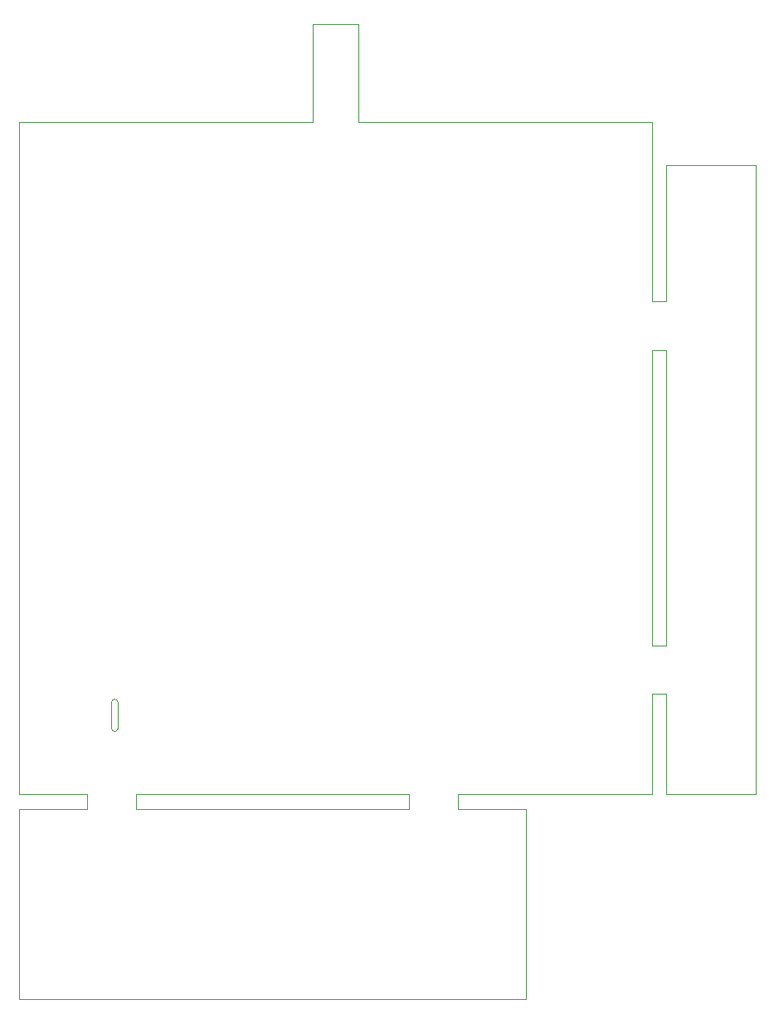
<source format=gbr>
%TF.GenerationSoftware,KiCad,Pcbnew,7.0.10*%
%TF.CreationDate,2024-07-31T12:40:02+02:00*%
%TF.ProjectId,foc,666f632e-6b69-4636-9164-5f7063625858,rev?*%
%TF.SameCoordinates,PXc0145d0PY6b671e0*%
%TF.FileFunction,Profile,NP*%
%FSLAX46Y46*%
G04 Gerber Fmt 4.6, Leading zero omitted, Abs format (unit mm)*
G04 Created by KiCad (PCBNEW 7.0.10) date 2024-07-31 12:40:02*
%MOMM*%
%LPD*%
G01*
G04 APERTURE LIST*
%TA.AperFunction,Profile*%
%ADD10C,0.050000*%
%TD*%
G04 APERTURE END LIST*
D10*
X-42250000Y51550000D02*
X-12260000Y51550000D01*
X-12260000Y33320000D01*
X-10800000Y33320000D01*
X-10800000Y47200000D01*
X-1700000Y47200000D01*
X-1700000Y-17000000D01*
X-10800000Y-17030000D01*
X-10800000Y-6780000D01*
X-12260000Y-6780000D01*
X-12260000Y-17030000D01*
X-32110000Y-17030000D01*
X-32110000Y-18530000D01*
X-25110000Y-18530000D01*
X-25110000Y-37930000D01*
X-76910000Y-37930000D01*
X-76910000Y-18530000D01*
X-69910000Y-18530000D01*
X-69910000Y-17030000D01*
X-76910000Y-17030000D01*
X-76910000Y51550000D01*
X-46900000Y51550000D01*
X-46900000Y61550000D01*
X-42250000Y61550000D01*
X-42250000Y51550000D01*
X-66800000Y-9600000D02*
X-66800000Y-7625000D01*
X-66800000Y-10275000D02*
X-66800000Y-9600000D01*
X-64910000Y-17030000D02*
X-37110000Y-17030000D01*
X-37110000Y-18530000D01*
X-64910000Y-18530000D01*
X-64910000Y-17030000D01*
X-12260000Y28287500D02*
X-10810000Y28287500D01*
X-10810000Y-1812500D01*
X-12260000Y-1812500D01*
X-12260000Y28287500D01*
X-67450000Y-7625000D02*
X-67450000Y-9600000D01*
X-66800000Y-7625000D02*
G75*
G03*
X-67450000Y-7625000I-325000J0D01*
G01*
X-67450000Y-10275000D02*
G75*
G03*
X-66800000Y-10275000I325000J0D01*
G01*
X-67450000Y-9600000D02*
X-67450000Y-10275000D01*
M02*

</source>
